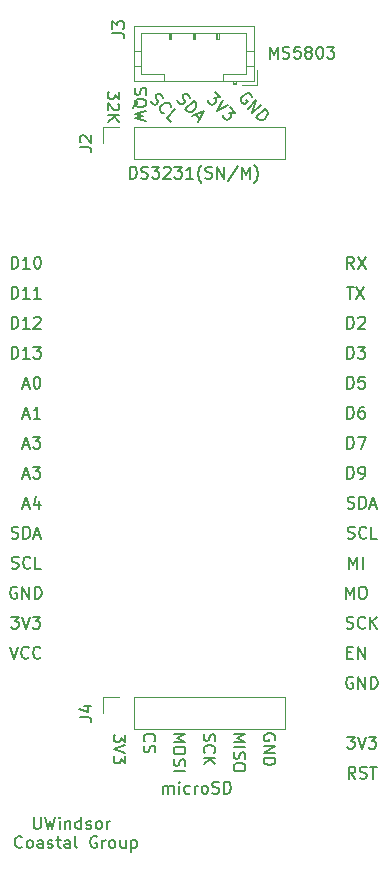
<source format=gbr>
%TF.GenerationSoftware,KiCad,Pcbnew,(6.0.8)*%
%TF.CreationDate,2022-10-15T13:13:39-04:00*%
%TF.ProjectId,firebeetle-shield,66697265-6265-4657-946c-652d73686965,v1*%
%TF.SameCoordinates,Original*%
%TF.FileFunction,Legend,Top*%
%TF.FilePolarity,Positive*%
%FSLAX46Y46*%
G04 Gerber Fmt 4.6, Leading zero omitted, Abs format (unit mm)*
G04 Created by KiCad (PCBNEW (6.0.8)) date 2022-10-15 13:13:39*
%MOMM*%
%LPD*%
G01*
G04 APERTURE LIST*
%ADD10C,0.150000*%
%ADD11C,0.200000*%
%ADD12C,0.120000*%
G04 APERTURE END LIST*
D10*
X111331996Y-107436416D02*
X111399339Y-107571103D01*
X111567698Y-107739461D01*
X111668713Y-107773133D01*
X111736057Y-107773133D01*
X111837072Y-107739461D01*
X111904416Y-107672118D01*
X111938087Y-107571103D01*
X111938087Y-107503759D01*
X111904416Y-107402744D01*
X111803400Y-107234385D01*
X111769729Y-107133370D01*
X111769729Y-107066026D01*
X111803400Y-106965011D01*
X111870744Y-106897668D01*
X111971759Y-106863996D01*
X112039103Y-106863996D01*
X112140118Y-106897668D01*
X112308477Y-107066026D01*
X112375820Y-107200713D01*
X112476835Y-108513912D02*
X112409492Y-108513912D01*
X112274805Y-108446568D01*
X112207461Y-108379225D01*
X112140118Y-108244538D01*
X112140118Y-108109851D01*
X112173790Y-108008835D01*
X112274805Y-107840477D01*
X112375820Y-107739461D01*
X112544179Y-107638446D01*
X112645194Y-107604774D01*
X112779881Y-107604774D01*
X112914568Y-107672118D01*
X112981912Y-107739461D01*
X113049255Y-107874148D01*
X113049255Y-107941492D01*
X113049255Y-109221018D02*
X112712538Y-108884301D01*
X113419644Y-108177194D01*
X116797759Y-106729309D02*
X117235492Y-107167042D01*
X116730416Y-107200713D01*
X116831431Y-107301729D01*
X116865103Y-107402744D01*
X116865103Y-107470087D01*
X116831431Y-107571103D01*
X116663072Y-107739461D01*
X116562057Y-107773133D01*
X116494713Y-107773133D01*
X116393698Y-107739461D01*
X116191668Y-107537431D01*
X116157996Y-107436416D01*
X116157996Y-107369072D01*
X117437522Y-107369072D02*
X116966118Y-108311881D01*
X117908927Y-107840477D01*
X118077286Y-108008835D02*
X118515018Y-108446568D01*
X118009942Y-108480240D01*
X118110957Y-108581255D01*
X118144629Y-108682270D01*
X118144629Y-108749614D01*
X118110957Y-108850629D01*
X117942599Y-109018988D01*
X117841583Y-109052660D01*
X117774240Y-109052660D01*
X117673225Y-109018988D01*
X117471194Y-108816957D01*
X117437522Y-108715942D01*
X117437522Y-108648599D01*
X127977904Y-131812380D02*
X127977904Y-130812380D01*
X128216000Y-130812380D01*
X128358857Y-130860000D01*
X128454095Y-130955238D01*
X128501714Y-131050476D01*
X128549333Y-131240952D01*
X128549333Y-131383809D01*
X128501714Y-131574285D01*
X128454095Y-131669523D01*
X128358857Y-131764761D01*
X128216000Y-131812380D01*
X127977904Y-131812380D01*
X129454095Y-130812380D02*
X128977904Y-130812380D01*
X128930285Y-131288571D01*
X128977904Y-131240952D01*
X129073142Y-131193333D01*
X129311238Y-131193333D01*
X129406476Y-131240952D01*
X129454095Y-131288571D01*
X129501714Y-131383809D01*
X129501714Y-131621904D01*
X129454095Y-131717142D01*
X129406476Y-131764761D01*
X129311238Y-131812380D01*
X129073142Y-131812380D01*
X128977904Y-131764761D01*
X128930285Y-131717142D01*
X99561714Y-144464761D02*
X99704571Y-144512380D01*
X99942666Y-144512380D01*
X100037904Y-144464761D01*
X100085523Y-144417142D01*
X100133142Y-144321904D01*
X100133142Y-144226666D01*
X100085523Y-144131428D01*
X100037904Y-144083809D01*
X99942666Y-144036190D01*
X99752190Y-143988571D01*
X99656952Y-143940952D01*
X99609333Y-143893333D01*
X99561714Y-143798095D01*
X99561714Y-143702857D01*
X99609333Y-143607619D01*
X99656952Y-143560000D01*
X99752190Y-143512380D01*
X99990285Y-143512380D01*
X100133142Y-143560000D01*
X100561714Y-144512380D02*
X100561714Y-143512380D01*
X100799809Y-143512380D01*
X100942666Y-143560000D01*
X101037904Y-143655238D01*
X101085523Y-143750476D01*
X101133142Y-143940952D01*
X101133142Y-144083809D01*
X101085523Y-144274285D01*
X101037904Y-144369523D01*
X100942666Y-144464761D01*
X100799809Y-144512380D01*
X100561714Y-144512380D01*
X101514095Y-144226666D02*
X101990285Y-144226666D01*
X101418857Y-144512380D02*
X101752190Y-143512380D01*
X102085523Y-144512380D01*
X128144571Y-147052380D02*
X128144571Y-146052380D01*
X128477904Y-146766666D01*
X128811238Y-146052380D01*
X128811238Y-147052380D01*
X129287428Y-147052380D02*
X129287428Y-146052380D01*
X127985904Y-161292380D02*
X128604952Y-161292380D01*
X128271619Y-161673333D01*
X128414476Y-161673333D01*
X128509714Y-161720952D01*
X128557333Y-161768571D01*
X128604952Y-161863809D01*
X128604952Y-162101904D01*
X128557333Y-162197142D01*
X128509714Y-162244761D01*
X128414476Y-162292380D01*
X128128761Y-162292380D01*
X128033523Y-162244761D01*
X127985904Y-162197142D01*
X128890666Y-161292380D02*
X129224000Y-162292380D01*
X129557333Y-161292380D01*
X129795428Y-161292380D02*
X130414476Y-161292380D01*
X130081142Y-161673333D01*
X130224000Y-161673333D01*
X130319238Y-161720952D01*
X130366857Y-161768571D01*
X130414476Y-161863809D01*
X130414476Y-162101904D01*
X130366857Y-162197142D01*
X130319238Y-162244761D01*
X130224000Y-162292380D01*
X129938285Y-162292380D01*
X129843047Y-162244761D01*
X129795428Y-162197142D01*
X115865238Y-161062285D02*
X115817619Y-161205142D01*
X115817619Y-161443238D01*
X115865238Y-161538476D01*
X115912857Y-161586095D01*
X116008095Y-161633714D01*
X116103333Y-161633714D01*
X116198571Y-161586095D01*
X116246190Y-161538476D01*
X116293809Y-161443238D01*
X116341428Y-161252761D01*
X116389047Y-161157523D01*
X116436666Y-161109904D01*
X116531904Y-161062285D01*
X116627142Y-161062285D01*
X116722380Y-161109904D01*
X116770000Y-161157523D01*
X116817619Y-161252761D01*
X116817619Y-161490857D01*
X116770000Y-161633714D01*
X115912857Y-162633714D02*
X115865238Y-162586095D01*
X115817619Y-162443238D01*
X115817619Y-162348000D01*
X115865238Y-162205142D01*
X115960476Y-162109904D01*
X116055714Y-162062285D01*
X116246190Y-162014666D01*
X116389047Y-162014666D01*
X116579523Y-162062285D01*
X116674761Y-162109904D01*
X116770000Y-162205142D01*
X116817619Y-162348000D01*
X116817619Y-162443238D01*
X116770000Y-162586095D01*
X116722380Y-162633714D01*
X115817619Y-163062285D02*
X116817619Y-163062285D01*
X115817619Y-163633714D02*
X116389047Y-163205142D01*
X116817619Y-163633714D02*
X116246190Y-163062285D01*
X110832857Y-161673333D02*
X110785238Y-161625714D01*
X110737619Y-161482857D01*
X110737619Y-161387619D01*
X110785238Y-161244761D01*
X110880476Y-161149523D01*
X110975714Y-161101904D01*
X111166190Y-161054285D01*
X111309047Y-161054285D01*
X111499523Y-161101904D01*
X111594761Y-161149523D01*
X111690000Y-161244761D01*
X111737619Y-161387619D01*
X111737619Y-161482857D01*
X111690000Y-161625714D01*
X111642380Y-161673333D01*
X110785238Y-162054285D02*
X110737619Y-162197142D01*
X110737619Y-162435238D01*
X110785238Y-162530476D01*
X110832857Y-162578095D01*
X110928095Y-162625714D01*
X111023333Y-162625714D01*
X111118571Y-162578095D01*
X111166190Y-162530476D01*
X111213809Y-162435238D01*
X111261428Y-162244761D01*
X111309047Y-162149523D01*
X111356666Y-162101904D01*
X111451904Y-162054285D01*
X111547142Y-162054285D01*
X111642380Y-162101904D01*
X111690000Y-162149523D01*
X111737619Y-162244761D01*
X111737619Y-162482857D01*
X111690000Y-162625714D01*
D11*
X101452380Y-168107380D02*
X101452380Y-168916904D01*
X101500000Y-169012142D01*
X101547619Y-169059761D01*
X101642857Y-169107380D01*
X101833333Y-169107380D01*
X101928571Y-169059761D01*
X101976190Y-169012142D01*
X102023809Y-168916904D01*
X102023809Y-168107380D01*
X102404761Y-168107380D02*
X102642857Y-169107380D01*
X102833333Y-168393095D01*
X103023809Y-169107380D01*
X103261904Y-168107380D01*
X103642857Y-169107380D02*
X103642857Y-168440714D01*
X103642857Y-168107380D02*
X103595238Y-168155000D01*
X103642857Y-168202619D01*
X103690476Y-168155000D01*
X103642857Y-168107380D01*
X103642857Y-168202619D01*
X104119047Y-168440714D02*
X104119047Y-169107380D01*
X104119047Y-168535952D02*
X104166666Y-168488333D01*
X104261904Y-168440714D01*
X104404761Y-168440714D01*
X104500000Y-168488333D01*
X104547619Y-168583571D01*
X104547619Y-169107380D01*
X105452380Y-169107380D02*
X105452380Y-168107380D01*
X105452380Y-169059761D02*
X105357142Y-169107380D01*
X105166666Y-169107380D01*
X105071428Y-169059761D01*
X105023809Y-169012142D01*
X104976190Y-168916904D01*
X104976190Y-168631190D01*
X105023809Y-168535952D01*
X105071428Y-168488333D01*
X105166666Y-168440714D01*
X105357142Y-168440714D01*
X105452380Y-168488333D01*
X105880952Y-169059761D02*
X105976190Y-169107380D01*
X106166666Y-169107380D01*
X106261904Y-169059761D01*
X106309523Y-168964523D01*
X106309523Y-168916904D01*
X106261904Y-168821666D01*
X106166666Y-168774047D01*
X106023809Y-168774047D01*
X105928571Y-168726428D01*
X105880952Y-168631190D01*
X105880952Y-168583571D01*
X105928571Y-168488333D01*
X106023809Y-168440714D01*
X106166666Y-168440714D01*
X106261904Y-168488333D01*
X106880952Y-169107380D02*
X106785714Y-169059761D01*
X106738095Y-169012142D01*
X106690476Y-168916904D01*
X106690476Y-168631190D01*
X106738095Y-168535952D01*
X106785714Y-168488333D01*
X106880952Y-168440714D01*
X107023809Y-168440714D01*
X107119047Y-168488333D01*
X107166666Y-168535952D01*
X107214285Y-168631190D01*
X107214285Y-168916904D01*
X107166666Y-169012142D01*
X107119047Y-169059761D01*
X107023809Y-169107380D01*
X106880952Y-169107380D01*
X107642857Y-169107380D02*
X107642857Y-168440714D01*
X107642857Y-168631190D02*
X107690476Y-168535952D01*
X107738095Y-168488333D01*
X107833333Y-168440714D01*
X107928571Y-168440714D01*
X100452380Y-170622142D02*
X100404761Y-170669761D01*
X100261904Y-170717380D01*
X100166666Y-170717380D01*
X100023809Y-170669761D01*
X99928571Y-170574523D01*
X99880952Y-170479285D01*
X99833333Y-170288809D01*
X99833333Y-170145952D01*
X99880952Y-169955476D01*
X99928571Y-169860238D01*
X100023809Y-169765000D01*
X100166666Y-169717380D01*
X100261904Y-169717380D01*
X100404761Y-169765000D01*
X100452380Y-169812619D01*
X101023809Y-170717380D02*
X100928571Y-170669761D01*
X100880952Y-170622142D01*
X100833333Y-170526904D01*
X100833333Y-170241190D01*
X100880952Y-170145952D01*
X100928571Y-170098333D01*
X101023809Y-170050714D01*
X101166666Y-170050714D01*
X101261904Y-170098333D01*
X101309523Y-170145952D01*
X101357142Y-170241190D01*
X101357142Y-170526904D01*
X101309523Y-170622142D01*
X101261904Y-170669761D01*
X101166666Y-170717380D01*
X101023809Y-170717380D01*
X102214285Y-170717380D02*
X102214285Y-170193571D01*
X102166666Y-170098333D01*
X102071428Y-170050714D01*
X101880952Y-170050714D01*
X101785714Y-170098333D01*
X102214285Y-170669761D02*
X102119047Y-170717380D01*
X101880952Y-170717380D01*
X101785714Y-170669761D01*
X101738095Y-170574523D01*
X101738095Y-170479285D01*
X101785714Y-170384047D01*
X101880952Y-170336428D01*
X102119047Y-170336428D01*
X102214285Y-170288809D01*
X102642857Y-170669761D02*
X102738095Y-170717380D01*
X102928571Y-170717380D01*
X103023809Y-170669761D01*
X103071428Y-170574523D01*
X103071428Y-170526904D01*
X103023809Y-170431666D01*
X102928571Y-170384047D01*
X102785714Y-170384047D01*
X102690476Y-170336428D01*
X102642857Y-170241190D01*
X102642857Y-170193571D01*
X102690476Y-170098333D01*
X102785714Y-170050714D01*
X102928571Y-170050714D01*
X103023809Y-170098333D01*
X103357142Y-170050714D02*
X103738095Y-170050714D01*
X103500000Y-169717380D02*
X103500000Y-170574523D01*
X103547619Y-170669761D01*
X103642857Y-170717380D01*
X103738095Y-170717380D01*
X104500000Y-170717380D02*
X104500000Y-170193571D01*
X104452380Y-170098333D01*
X104357142Y-170050714D01*
X104166666Y-170050714D01*
X104071428Y-170098333D01*
X104500000Y-170669761D02*
X104404761Y-170717380D01*
X104166666Y-170717380D01*
X104071428Y-170669761D01*
X104023809Y-170574523D01*
X104023809Y-170479285D01*
X104071428Y-170384047D01*
X104166666Y-170336428D01*
X104404761Y-170336428D01*
X104500000Y-170288809D01*
X105119047Y-170717380D02*
X105023809Y-170669761D01*
X104976190Y-170574523D01*
X104976190Y-169717380D01*
X106785714Y-169765000D02*
X106690476Y-169717380D01*
X106547619Y-169717380D01*
X106404761Y-169765000D01*
X106309523Y-169860238D01*
X106261904Y-169955476D01*
X106214285Y-170145952D01*
X106214285Y-170288809D01*
X106261904Y-170479285D01*
X106309523Y-170574523D01*
X106404761Y-170669761D01*
X106547619Y-170717380D01*
X106642857Y-170717380D01*
X106785714Y-170669761D01*
X106833333Y-170622142D01*
X106833333Y-170288809D01*
X106642857Y-170288809D01*
X107261904Y-170717380D02*
X107261904Y-170050714D01*
X107261904Y-170241190D02*
X107309523Y-170145952D01*
X107357142Y-170098333D01*
X107452380Y-170050714D01*
X107547619Y-170050714D01*
X108023809Y-170717380D02*
X107928571Y-170669761D01*
X107880952Y-170622142D01*
X107833333Y-170526904D01*
X107833333Y-170241190D01*
X107880952Y-170145952D01*
X107928571Y-170098333D01*
X108023809Y-170050714D01*
X108166666Y-170050714D01*
X108261904Y-170098333D01*
X108309523Y-170145952D01*
X108357142Y-170241190D01*
X108357142Y-170526904D01*
X108309523Y-170622142D01*
X108261904Y-170669761D01*
X108166666Y-170717380D01*
X108023809Y-170717380D01*
X109214285Y-170050714D02*
X109214285Y-170717380D01*
X108785714Y-170050714D02*
X108785714Y-170574523D01*
X108833333Y-170669761D01*
X108928571Y-170717380D01*
X109071428Y-170717380D01*
X109166666Y-170669761D01*
X109214285Y-170622142D01*
X109690476Y-170050714D02*
X109690476Y-171050714D01*
X109690476Y-170098333D02*
X109785714Y-170050714D01*
X109976190Y-170050714D01*
X110071428Y-170098333D01*
X110119047Y-170145952D01*
X110166666Y-170241190D01*
X110166666Y-170526904D01*
X110119047Y-170622142D01*
X110071428Y-170669761D01*
X109976190Y-170717380D01*
X109785714Y-170717380D01*
X109690476Y-170669761D01*
D10*
X100569714Y-134066666D02*
X101045904Y-134066666D01*
X100474476Y-134352380D02*
X100807809Y-133352380D01*
X101141142Y-134352380D01*
X101998285Y-134352380D02*
X101426857Y-134352380D01*
X101712571Y-134352380D02*
X101712571Y-133352380D01*
X101617333Y-133495238D01*
X101522095Y-133590476D01*
X101426857Y-133638095D01*
X113601160Y-107419580D02*
X113668503Y-107554267D01*
X113836862Y-107722625D01*
X113937877Y-107756297D01*
X114005221Y-107756297D01*
X114106236Y-107722625D01*
X114173580Y-107655282D01*
X114207251Y-107554267D01*
X114207251Y-107486923D01*
X114173580Y-107385908D01*
X114072564Y-107217549D01*
X114038893Y-107116534D01*
X114038893Y-107049190D01*
X114072564Y-106948175D01*
X114139908Y-106880832D01*
X114240923Y-106847160D01*
X114308267Y-106847160D01*
X114409282Y-106880832D01*
X114577641Y-107049190D01*
X114644984Y-107183877D01*
X114274595Y-108160358D02*
X114981702Y-107453251D01*
X115150061Y-107621610D01*
X115217404Y-107756297D01*
X115217404Y-107890984D01*
X115183732Y-107992000D01*
X115082717Y-108160358D01*
X114981702Y-108261374D01*
X114813343Y-108362389D01*
X114712328Y-108396061D01*
X114577641Y-108396061D01*
X114442954Y-108328717D01*
X114274595Y-108160358D01*
X115150061Y-108631763D02*
X115486778Y-108968480D01*
X114880687Y-108766450D02*
X115823496Y-108295045D01*
X115352091Y-109237854D01*
X109197619Y-161109904D02*
X109197619Y-161728952D01*
X108816666Y-161395619D01*
X108816666Y-161538476D01*
X108769047Y-161633714D01*
X108721428Y-161681333D01*
X108626190Y-161728952D01*
X108388095Y-161728952D01*
X108292857Y-161681333D01*
X108245238Y-161633714D01*
X108197619Y-161538476D01*
X108197619Y-161252761D01*
X108245238Y-161157523D01*
X108292857Y-161109904D01*
X109197619Y-162014666D02*
X108197619Y-162348000D01*
X109197619Y-162681333D01*
X109197619Y-162919428D02*
X109197619Y-163538476D01*
X108816666Y-163205142D01*
X108816666Y-163348000D01*
X108769047Y-163443238D01*
X108721428Y-163490857D01*
X108626190Y-163538476D01*
X108388095Y-163538476D01*
X108292857Y-163490857D01*
X108245238Y-163443238D01*
X108197619Y-163348000D01*
X108197619Y-163062285D01*
X108245238Y-162967047D01*
X108292857Y-162919428D01*
X100569714Y-141686666D02*
X101045904Y-141686666D01*
X100474476Y-141972380D02*
X100807809Y-140972380D01*
X101141142Y-141972380D01*
X101903047Y-141305714D02*
X101903047Y-141972380D01*
X101664952Y-140924761D02*
X101426857Y-141639047D01*
X102045904Y-141639047D01*
X128549333Y-121652380D02*
X128216000Y-121176190D01*
X127977904Y-121652380D02*
X127977904Y-120652380D01*
X128358857Y-120652380D01*
X128454095Y-120700000D01*
X128501714Y-120747619D01*
X128549333Y-120842857D01*
X128549333Y-120985714D01*
X128501714Y-121080952D01*
X128454095Y-121128571D01*
X128358857Y-121176190D01*
X127977904Y-121176190D01*
X128882666Y-120652380D02*
X129549333Y-121652380D01*
X129549333Y-120652380D02*
X128882666Y-121652380D01*
X99561714Y-129272380D02*
X99561714Y-128272380D01*
X99799809Y-128272380D01*
X99942666Y-128320000D01*
X100037904Y-128415238D01*
X100085523Y-128510476D01*
X100133142Y-128700952D01*
X100133142Y-128843809D01*
X100085523Y-129034285D01*
X100037904Y-129129523D01*
X99942666Y-129224761D01*
X99799809Y-129272380D01*
X99561714Y-129272380D01*
X101085523Y-129272380D02*
X100514095Y-129272380D01*
X100799809Y-129272380D02*
X100799809Y-128272380D01*
X100704571Y-128415238D01*
X100609333Y-128510476D01*
X100514095Y-128558095D01*
X101418857Y-128272380D02*
X102037904Y-128272380D01*
X101704571Y-128653333D01*
X101847428Y-128653333D01*
X101942666Y-128700952D01*
X101990285Y-128748571D01*
X102037904Y-128843809D01*
X102037904Y-129081904D01*
X101990285Y-129177142D01*
X101942666Y-129224761D01*
X101847428Y-129272380D01*
X101561714Y-129272380D01*
X101466476Y-129224761D01*
X101418857Y-129177142D01*
X113277619Y-161030571D02*
X114277619Y-161030571D01*
X113563333Y-161363904D01*
X114277619Y-161697238D01*
X113277619Y-161697238D01*
X114277619Y-162363904D02*
X114277619Y-162554380D01*
X114230000Y-162649619D01*
X114134761Y-162744857D01*
X113944285Y-162792476D01*
X113610952Y-162792476D01*
X113420476Y-162744857D01*
X113325238Y-162649619D01*
X113277619Y-162554380D01*
X113277619Y-162363904D01*
X113325238Y-162268666D01*
X113420476Y-162173428D01*
X113610952Y-162125809D01*
X113944285Y-162125809D01*
X114134761Y-162173428D01*
X114230000Y-162268666D01*
X114277619Y-162363904D01*
X113325238Y-163173428D02*
X113277619Y-163316285D01*
X113277619Y-163554380D01*
X113325238Y-163649619D01*
X113372857Y-163697238D01*
X113468095Y-163744857D01*
X113563333Y-163744857D01*
X113658571Y-163697238D01*
X113706190Y-163649619D01*
X113753809Y-163554380D01*
X113801428Y-163363904D01*
X113849047Y-163268666D01*
X113896666Y-163221047D01*
X113991904Y-163173428D01*
X114087142Y-163173428D01*
X114182380Y-163221047D01*
X114230000Y-163268666D01*
X114277619Y-163363904D01*
X114277619Y-163602000D01*
X114230000Y-163744857D01*
X113277619Y-164173428D02*
X114277619Y-164173428D01*
X99442666Y-153672380D02*
X99776000Y-154672380D01*
X100109333Y-153672380D01*
X101014095Y-154577142D02*
X100966476Y-154624761D01*
X100823619Y-154672380D01*
X100728380Y-154672380D01*
X100585523Y-154624761D01*
X100490285Y-154529523D01*
X100442666Y-154434285D01*
X100395047Y-154243809D01*
X100395047Y-154100952D01*
X100442666Y-153910476D01*
X100490285Y-153815238D01*
X100585523Y-153720000D01*
X100728380Y-153672380D01*
X100823619Y-153672380D01*
X100966476Y-153720000D01*
X101014095Y-153767619D01*
X102014095Y-154577142D02*
X101966476Y-154624761D01*
X101823619Y-154672380D01*
X101728380Y-154672380D01*
X101585523Y-154624761D01*
X101490285Y-154529523D01*
X101442666Y-154434285D01*
X101395047Y-154243809D01*
X101395047Y-154100952D01*
X101442666Y-153910476D01*
X101490285Y-153815238D01*
X101585523Y-153720000D01*
X101728380Y-153672380D01*
X101823619Y-153672380D01*
X101966476Y-153720000D01*
X102014095Y-153767619D01*
X110023238Y-106357047D02*
X109975619Y-106499904D01*
X109975619Y-106738000D01*
X110023238Y-106833238D01*
X110070857Y-106880857D01*
X110166095Y-106928476D01*
X110261333Y-106928476D01*
X110356571Y-106880857D01*
X110404190Y-106833238D01*
X110451809Y-106738000D01*
X110499428Y-106547523D01*
X110547047Y-106452285D01*
X110594666Y-106404666D01*
X110689904Y-106357047D01*
X110785142Y-106357047D01*
X110880380Y-106404666D01*
X110928000Y-106452285D01*
X110975619Y-106547523D01*
X110975619Y-106785619D01*
X110928000Y-106928476D01*
X109880380Y-108023714D02*
X109928000Y-107928476D01*
X110023238Y-107833238D01*
X110166095Y-107690380D01*
X110213714Y-107595142D01*
X110213714Y-107499904D01*
X109975619Y-107547523D02*
X110023238Y-107452285D01*
X110118476Y-107357047D01*
X110308952Y-107309428D01*
X110642285Y-107309428D01*
X110832761Y-107357047D01*
X110928000Y-107452285D01*
X110975619Y-107547523D01*
X110975619Y-107738000D01*
X110928000Y-107833238D01*
X110832761Y-107928476D01*
X110642285Y-107976095D01*
X110308952Y-107976095D01*
X110118476Y-107928476D01*
X110023238Y-107833238D01*
X109975619Y-107738000D01*
X109975619Y-107547523D01*
X110975619Y-108309428D02*
X109975619Y-108547523D01*
X110689904Y-108738000D01*
X109975619Y-108928476D01*
X110975619Y-109166571D01*
X112420666Y-166102380D02*
X112420666Y-165435714D01*
X112420666Y-165530952D02*
X112468285Y-165483333D01*
X112563523Y-165435714D01*
X112706380Y-165435714D01*
X112801619Y-165483333D01*
X112849238Y-165578571D01*
X112849238Y-166102380D01*
X112849238Y-165578571D02*
X112896857Y-165483333D01*
X112992095Y-165435714D01*
X113134952Y-165435714D01*
X113230190Y-165483333D01*
X113277809Y-165578571D01*
X113277809Y-166102380D01*
X113754000Y-166102380D02*
X113754000Y-165435714D01*
X113754000Y-165102380D02*
X113706380Y-165150000D01*
X113754000Y-165197619D01*
X113801619Y-165150000D01*
X113754000Y-165102380D01*
X113754000Y-165197619D01*
X114658761Y-166054761D02*
X114563523Y-166102380D01*
X114373047Y-166102380D01*
X114277809Y-166054761D01*
X114230190Y-166007142D01*
X114182571Y-165911904D01*
X114182571Y-165626190D01*
X114230190Y-165530952D01*
X114277809Y-165483333D01*
X114373047Y-165435714D01*
X114563523Y-165435714D01*
X114658761Y-165483333D01*
X115087333Y-166102380D02*
X115087333Y-165435714D01*
X115087333Y-165626190D02*
X115134952Y-165530952D01*
X115182571Y-165483333D01*
X115277809Y-165435714D01*
X115373047Y-165435714D01*
X115849238Y-166102380D02*
X115754000Y-166054761D01*
X115706380Y-166007142D01*
X115658761Y-165911904D01*
X115658761Y-165626190D01*
X115706380Y-165530952D01*
X115754000Y-165483333D01*
X115849238Y-165435714D01*
X115992095Y-165435714D01*
X116087333Y-165483333D01*
X116134952Y-165530952D01*
X116182571Y-165626190D01*
X116182571Y-165911904D01*
X116134952Y-166007142D01*
X116087333Y-166054761D01*
X115992095Y-166102380D01*
X115849238Y-166102380D01*
X116563523Y-166054761D02*
X116706380Y-166102380D01*
X116944476Y-166102380D01*
X117039714Y-166054761D01*
X117087333Y-166007142D01*
X117134952Y-165911904D01*
X117134952Y-165816666D01*
X117087333Y-165721428D01*
X117039714Y-165673809D01*
X116944476Y-165626190D01*
X116754000Y-165578571D01*
X116658761Y-165530952D01*
X116611142Y-165483333D01*
X116563523Y-165388095D01*
X116563523Y-165292857D01*
X116611142Y-165197619D01*
X116658761Y-165150000D01*
X116754000Y-165102380D01*
X116992095Y-165102380D01*
X117134952Y-165150000D01*
X117563523Y-166102380D02*
X117563523Y-165102380D01*
X117801619Y-165102380D01*
X117944476Y-165150000D01*
X118039714Y-165245238D01*
X118087333Y-165340476D01*
X118134952Y-165530952D01*
X118134952Y-165673809D01*
X118087333Y-165864285D01*
X118039714Y-165959523D01*
X117944476Y-166054761D01*
X117801619Y-166102380D01*
X117563523Y-166102380D01*
X99537904Y-151132380D02*
X100156952Y-151132380D01*
X99823619Y-151513333D01*
X99966476Y-151513333D01*
X100061714Y-151560952D01*
X100109333Y-151608571D01*
X100156952Y-151703809D01*
X100156952Y-151941904D01*
X100109333Y-152037142D01*
X100061714Y-152084761D01*
X99966476Y-152132380D01*
X99680761Y-152132380D01*
X99585523Y-152084761D01*
X99537904Y-152037142D01*
X100442666Y-151132380D02*
X100776000Y-152132380D01*
X101109333Y-151132380D01*
X101347428Y-151132380D02*
X101966476Y-151132380D01*
X101633142Y-151513333D01*
X101776000Y-151513333D01*
X101871238Y-151560952D01*
X101918857Y-151608571D01*
X101966476Y-151703809D01*
X101966476Y-151941904D01*
X101918857Y-152037142D01*
X101871238Y-152084761D01*
X101776000Y-152132380D01*
X101490285Y-152132380D01*
X101395047Y-152084761D01*
X101347428Y-152037142D01*
X118357619Y-161030571D02*
X119357619Y-161030571D01*
X118643333Y-161363904D01*
X119357619Y-161697238D01*
X118357619Y-161697238D01*
X118357619Y-162173428D02*
X119357619Y-162173428D01*
X118405238Y-162602000D02*
X118357619Y-162744857D01*
X118357619Y-162982952D01*
X118405238Y-163078190D01*
X118452857Y-163125809D01*
X118548095Y-163173428D01*
X118643333Y-163173428D01*
X118738571Y-163125809D01*
X118786190Y-163078190D01*
X118833809Y-162982952D01*
X118881428Y-162792476D01*
X118929047Y-162697238D01*
X118976666Y-162649619D01*
X119071904Y-162602000D01*
X119167142Y-162602000D01*
X119262380Y-162649619D01*
X119310000Y-162697238D01*
X119357619Y-162792476D01*
X119357619Y-163030571D01*
X119310000Y-163173428D01*
X119357619Y-163792476D02*
X119357619Y-163982952D01*
X119310000Y-164078190D01*
X119214761Y-164173428D01*
X119024285Y-164221047D01*
X118690952Y-164221047D01*
X118500476Y-164173428D01*
X118405238Y-164078190D01*
X118357619Y-163982952D01*
X118357619Y-163792476D01*
X118405238Y-163697238D01*
X118500476Y-163602000D01*
X118690952Y-163554380D01*
X119024285Y-163554380D01*
X119214761Y-163602000D01*
X119310000Y-163697238D01*
X119357619Y-163792476D01*
X127977904Y-154148571D02*
X128311238Y-154148571D01*
X128454095Y-154672380D02*
X127977904Y-154672380D01*
X127977904Y-153672380D01*
X128454095Y-153672380D01*
X128882666Y-154672380D02*
X128882666Y-153672380D01*
X129454095Y-154672380D01*
X129454095Y-153672380D01*
X119894805Y-107099698D02*
X119861133Y-106998683D01*
X119760118Y-106897668D01*
X119625431Y-106830324D01*
X119490744Y-106830324D01*
X119389729Y-106863996D01*
X119221370Y-106965011D01*
X119120355Y-107066026D01*
X119019339Y-107234385D01*
X118985668Y-107335400D01*
X118985668Y-107470087D01*
X119053011Y-107604774D01*
X119120355Y-107672118D01*
X119255042Y-107739461D01*
X119322385Y-107739461D01*
X119558087Y-107503759D01*
X119423400Y-107369072D01*
X119558087Y-108109851D02*
X120265194Y-107402744D01*
X119962148Y-108513912D01*
X120669255Y-107806805D01*
X120298866Y-108850629D02*
X121005973Y-108143522D01*
X121174331Y-108311881D01*
X121241675Y-108446568D01*
X121241675Y-108581255D01*
X121208003Y-108682270D01*
X121106988Y-108850629D01*
X121005973Y-108951644D01*
X120837614Y-109052660D01*
X120736599Y-109086331D01*
X120601912Y-109086331D01*
X120467225Y-109018988D01*
X120298866Y-108850629D01*
X128676380Y-164832380D02*
X128343047Y-164356190D01*
X128104952Y-164832380D02*
X128104952Y-163832380D01*
X128485904Y-163832380D01*
X128581142Y-163880000D01*
X128628761Y-163927619D01*
X128676380Y-164022857D01*
X128676380Y-164165714D01*
X128628761Y-164260952D01*
X128581142Y-164308571D01*
X128485904Y-164356190D01*
X128104952Y-164356190D01*
X129057333Y-164784761D02*
X129200190Y-164832380D01*
X129438285Y-164832380D01*
X129533523Y-164784761D01*
X129581142Y-164737142D01*
X129628761Y-164641904D01*
X129628761Y-164546666D01*
X129581142Y-164451428D01*
X129533523Y-164403809D01*
X129438285Y-164356190D01*
X129247809Y-164308571D01*
X129152571Y-164260952D01*
X129104952Y-164213333D01*
X129057333Y-164118095D01*
X129057333Y-164022857D01*
X129104952Y-163927619D01*
X129152571Y-163880000D01*
X129247809Y-163832380D01*
X129485904Y-163832380D01*
X129628761Y-163880000D01*
X129914476Y-163832380D02*
X130485904Y-163832380D01*
X130200190Y-164832380D02*
X130200190Y-163832380D01*
X127977904Y-129272380D02*
X127977904Y-128272380D01*
X128216000Y-128272380D01*
X128358857Y-128320000D01*
X128454095Y-128415238D01*
X128501714Y-128510476D01*
X128549333Y-128700952D01*
X128549333Y-128843809D01*
X128501714Y-129034285D01*
X128454095Y-129129523D01*
X128358857Y-129224761D01*
X128216000Y-129272380D01*
X127977904Y-129272380D01*
X128882666Y-128272380D02*
X129501714Y-128272380D01*
X129168380Y-128653333D01*
X129311238Y-128653333D01*
X129406476Y-128700952D01*
X129454095Y-128748571D01*
X129501714Y-128843809D01*
X129501714Y-129081904D01*
X129454095Y-129177142D01*
X129406476Y-129224761D01*
X129311238Y-129272380D01*
X129025523Y-129272380D01*
X128930285Y-129224761D01*
X128882666Y-129177142D01*
X127977904Y-134352380D02*
X127977904Y-133352380D01*
X128216000Y-133352380D01*
X128358857Y-133400000D01*
X128454095Y-133495238D01*
X128501714Y-133590476D01*
X128549333Y-133780952D01*
X128549333Y-133923809D01*
X128501714Y-134114285D01*
X128454095Y-134209523D01*
X128358857Y-134304761D01*
X128216000Y-134352380D01*
X127977904Y-134352380D01*
X129406476Y-133352380D02*
X129216000Y-133352380D01*
X129120761Y-133400000D01*
X129073142Y-133447619D01*
X128977904Y-133590476D01*
X128930285Y-133780952D01*
X128930285Y-134161904D01*
X128977904Y-134257142D01*
X129025523Y-134304761D01*
X129120761Y-134352380D01*
X129311238Y-134352380D01*
X129406476Y-134304761D01*
X129454095Y-134257142D01*
X129501714Y-134161904D01*
X129501714Y-133923809D01*
X129454095Y-133828571D01*
X129406476Y-133780952D01*
X129311238Y-133733333D01*
X129120761Y-133733333D01*
X129025523Y-133780952D01*
X128977904Y-133828571D01*
X128930285Y-133923809D01*
X121429714Y-103872380D02*
X121429714Y-102872380D01*
X121763047Y-103586666D01*
X122096380Y-102872380D01*
X122096380Y-103872380D01*
X122524952Y-103824761D02*
X122667809Y-103872380D01*
X122905904Y-103872380D01*
X123001142Y-103824761D01*
X123048761Y-103777142D01*
X123096380Y-103681904D01*
X123096380Y-103586666D01*
X123048761Y-103491428D01*
X123001142Y-103443809D01*
X122905904Y-103396190D01*
X122715428Y-103348571D01*
X122620190Y-103300952D01*
X122572571Y-103253333D01*
X122524952Y-103158095D01*
X122524952Y-103062857D01*
X122572571Y-102967619D01*
X122620190Y-102920000D01*
X122715428Y-102872380D01*
X122953523Y-102872380D01*
X123096380Y-102920000D01*
X124001142Y-102872380D02*
X123524952Y-102872380D01*
X123477333Y-103348571D01*
X123524952Y-103300952D01*
X123620190Y-103253333D01*
X123858285Y-103253333D01*
X123953523Y-103300952D01*
X124001142Y-103348571D01*
X124048761Y-103443809D01*
X124048761Y-103681904D01*
X124001142Y-103777142D01*
X123953523Y-103824761D01*
X123858285Y-103872380D01*
X123620190Y-103872380D01*
X123524952Y-103824761D01*
X123477333Y-103777142D01*
X124620190Y-103300952D02*
X124524952Y-103253333D01*
X124477333Y-103205714D01*
X124429714Y-103110476D01*
X124429714Y-103062857D01*
X124477333Y-102967619D01*
X124524952Y-102920000D01*
X124620190Y-102872380D01*
X124810666Y-102872380D01*
X124905904Y-102920000D01*
X124953523Y-102967619D01*
X125001142Y-103062857D01*
X125001142Y-103110476D01*
X124953523Y-103205714D01*
X124905904Y-103253333D01*
X124810666Y-103300952D01*
X124620190Y-103300952D01*
X124524952Y-103348571D01*
X124477333Y-103396190D01*
X124429714Y-103491428D01*
X124429714Y-103681904D01*
X124477333Y-103777142D01*
X124524952Y-103824761D01*
X124620190Y-103872380D01*
X124810666Y-103872380D01*
X124905904Y-103824761D01*
X124953523Y-103777142D01*
X125001142Y-103681904D01*
X125001142Y-103491428D01*
X124953523Y-103396190D01*
X124905904Y-103348571D01*
X124810666Y-103300952D01*
X125620190Y-102872380D02*
X125715428Y-102872380D01*
X125810666Y-102920000D01*
X125858285Y-102967619D01*
X125905904Y-103062857D01*
X125953523Y-103253333D01*
X125953523Y-103491428D01*
X125905904Y-103681904D01*
X125858285Y-103777142D01*
X125810666Y-103824761D01*
X125715428Y-103872380D01*
X125620190Y-103872380D01*
X125524952Y-103824761D01*
X125477333Y-103777142D01*
X125429714Y-103681904D01*
X125382095Y-103491428D01*
X125382095Y-103253333D01*
X125429714Y-103062857D01*
X125477333Y-102967619D01*
X125524952Y-102920000D01*
X125620190Y-102872380D01*
X126286857Y-102872380D02*
X126905904Y-102872380D01*
X126572571Y-103253333D01*
X126715428Y-103253333D01*
X126810666Y-103300952D01*
X126858285Y-103348571D01*
X126905904Y-103443809D01*
X126905904Y-103681904D01*
X126858285Y-103777142D01*
X126810666Y-103824761D01*
X126715428Y-103872380D01*
X126429714Y-103872380D01*
X126334476Y-103824761D01*
X126286857Y-103777142D01*
X99585523Y-147004761D02*
X99728380Y-147052380D01*
X99966476Y-147052380D01*
X100061714Y-147004761D01*
X100109333Y-146957142D01*
X100156952Y-146861904D01*
X100156952Y-146766666D01*
X100109333Y-146671428D01*
X100061714Y-146623809D01*
X99966476Y-146576190D01*
X99776000Y-146528571D01*
X99680761Y-146480952D01*
X99633142Y-146433333D01*
X99585523Y-146338095D01*
X99585523Y-146242857D01*
X99633142Y-146147619D01*
X99680761Y-146100000D01*
X99776000Y-146052380D01*
X100014095Y-146052380D01*
X100156952Y-146100000D01*
X101156952Y-146957142D02*
X101109333Y-147004761D01*
X100966476Y-147052380D01*
X100871238Y-147052380D01*
X100728380Y-147004761D01*
X100633142Y-146909523D01*
X100585523Y-146814285D01*
X100537904Y-146623809D01*
X100537904Y-146480952D01*
X100585523Y-146290476D01*
X100633142Y-146195238D01*
X100728380Y-146100000D01*
X100871238Y-146052380D01*
X100966476Y-146052380D01*
X101109333Y-146100000D01*
X101156952Y-146147619D01*
X102061714Y-147052380D02*
X101585523Y-147052380D01*
X101585523Y-146052380D01*
X127954095Y-123192380D02*
X128525523Y-123192380D01*
X128239809Y-124192380D02*
X128239809Y-123192380D01*
X128763619Y-123192380D02*
X129430285Y-124192380D01*
X129430285Y-123192380D02*
X128763619Y-124192380D01*
X128033523Y-144464761D02*
X128176380Y-144512380D01*
X128414476Y-144512380D01*
X128509714Y-144464761D01*
X128557333Y-144417142D01*
X128604952Y-144321904D01*
X128604952Y-144226666D01*
X128557333Y-144131428D01*
X128509714Y-144083809D01*
X128414476Y-144036190D01*
X128224000Y-143988571D01*
X128128761Y-143940952D01*
X128081142Y-143893333D01*
X128033523Y-143798095D01*
X128033523Y-143702857D01*
X128081142Y-143607619D01*
X128128761Y-143560000D01*
X128224000Y-143512380D01*
X128462095Y-143512380D01*
X128604952Y-143560000D01*
X129604952Y-144417142D02*
X129557333Y-144464761D01*
X129414476Y-144512380D01*
X129319238Y-144512380D01*
X129176380Y-144464761D01*
X129081142Y-144369523D01*
X129033523Y-144274285D01*
X128985904Y-144083809D01*
X128985904Y-143940952D01*
X129033523Y-143750476D01*
X129081142Y-143655238D01*
X129176380Y-143560000D01*
X129319238Y-143512380D01*
X129414476Y-143512380D01*
X129557333Y-143560000D01*
X129604952Y-143607619D01*
X130509714Y-144512380D02*
X130033523Y-144512380D01*
X130033523Y-143512380D01*
X99561714Y-121652380D02*
X99561714Y-120652380D01*
X99799809Y-120652380D01*
X99942666Y-120700000D01*
X100037904Y-120795238D01*
X100085523Y-120890476D01*
X100133142Y-121080952D01*
X100133142Y-121223809D01*
X100085523Y-121414285D01*
X100037904Y-121509523D01*
X99942666Y-121604761D01*
X99799809Y-121652380D01*
X99561714Y-121652380D01*
X101085523Y-121652380D02*
X100514095Y-121652380D01*
X100799809Y-121652380D02*
X100799809Y-120652380D01*
X100704571Y-120795238D01*
X100609333Y-120890476D01*
X100514095Y-120938095D01*
X101704571Y-120652380D02*
X101799809Y-120652380D01*
X101895047Y-120700000D01*
X101942666Y-120747619D01*
X101990285Y-120842857D01*
X102037904Y-121033333D01*
X102037904Y-121271428D01*
X101990285Y-121461904D01*
X101942666Y-121557142D01*
X101895047Y-121604761D01*
X101799809Y-121652380D01*
X101704571Y-121652380D01*
X101609333Y-121604761D01*
X101561714Y-121557142D01*
X101514095Y-121461904D01*
X101466476Y-121271428D01*
X101466476Y-121033333D01*
X101514095Y-120842857D01*
X101561714Y-120747619D01*
X101609333Y-120700000D01*
X101704571Y-120652380D01*
X127977904Y-126732380D02*
X127977904Y-125732380D01*
X128216000Y-125732380D01*
X128358857Y-125780000D01*
X128454095Y-125875238D01*
X128501714Y-125970476D01*
X128549333Y-126160952D01*
X128549333Y-126303809D01*
X128501714Y-126494285D01*
X128454095Y-126589523D01*
X128358857Y-126684761D01*
X128216000Y-126732380D01*
X127977904Y-126732380D01*
X128930285Y-125827619D02*
X128977904Y-125780000D01*
X129073142Y-125732380D01*
X129311238Y-125732380D01*
X129406476Y-125780000D01*
X129454095Y-125827619D01*
X129501714Y-125922857D01*
X129501714Y-126018095D01*
X129454095Y-126160952D01*
X128882666Y-126732380D01*
X129501714Y-126732380D01*
X127977904Y-136892380D02*
X127977904Y-135892380D01*
X128216000Y-135892380D01*
X128358857Y-135940000D01*
X128454095Y-136035238D01*
X128501714Y-136130476D01*
X128549333Y-136320952D01*
X128549333Y-136463809D01*
X128501714Y-136654285D01*
X128454095Y-136749523D01*
X128358857Y-136844761D01*
X128216000Y-136892380D01*
X127977904Y-136892380D01*
X128882666Y-135892380D02*
X129549333Y-135892380D01*
X129120761Y-136892380D01*
X127938285Y-152084761D02*
X128081142Y-152132380D01*
X128319238Y-152132380D01*
X128414476Y-152084761D01*
X128462095Y-152037142D01*
X128509714Y-151941904D01*
X128509714Y-151846666D01*
X128462095Y-151751428D01*
X128414476Y-151703809D01*
X128319238Y-151656190D01*
X128128761Y-151608571D01*
X128033523Y-151560952D01*
X127985904Y-151513333D01*
X127938285Y-151418095D01*
X127938285Y-151322857D01*
X127985904Y-151227619D01*
X128033523Y-151180000D01*
X128128761Y-151132380D01*
X128366857Y-151132380D01*
X128509714Y-151180000D01*
X129509714Y-152037142D02*
X129462095Y-152084761D01*
X129319238Y-152132380D01*
X129224000Y-152132380D01*
X129081142Y-152084761D01*
X128985904Y-151989523D01*
X128938285Y-151894285D01*
X128890666Y-151703809D01*
X128890666Y-151560952D01*
X128938285Y-151370476D01*
X128985904Y-151275238D01*
X129081142Y-151180000D01*
X129224000Y-151132380D01*
X129319238Y-151132380D01*
X129462095Y-151180000D01*
X129509714Y-151227619D01*
X129938285Y-152132380D02*
X129938285Y-151132380D01*
X130509714Y-152132380D02*
X130081142Y-151560952D01*
X130509714Y-151132380D02*
X129938285Y-151703809D01*
X100014095Y-148640000D02*
X99918857Y-148592380D01*
X99776000Y-148592380D01*
X99633142Y-148640000D01*
X99537904Y-148735238D01*
X99490285Y-148830476D01*
X99442666Y-149020952D01*
X99442666Y-149163809D01*
X99490285Y-149354285D01*
X99537904Y-149449523D01*
X99633142Y-149544761D01*
X99776000Y-149592380D01*
X99871238Y-149592380D01*
X100014095Y-149544761D01*
X100061714Y-149497142D01*
X100061714Y-149163809D01*
X99871238Y-149163809D01*
X100490285Y-149592380D02*
X100490285Y-148592380D01*
X101061714Y-149592380D01*
X101061714Y-148592380D01*
X101537904Y-149592380D02*
X101537904Y-148592380D01*
X101776000Y-148592380D01*
X101918857Y-148640000D01*
X102014095Y-148735238D01*
X102061714Y-148830476D01*
X102109333Y-149020952D01*
X102109333Y-149163809D01*
X102061714Y-149354285D01*
X102014095Y-149449523D01*
X101918857Y-149544761D01*
X101776000Y-149592380D01*
X101537904Y-149592380D01*
X128009714Y-141924761D02*
X128152571Y-141972380D01*
X128390666Y-141972380D01*
X128485904Y-141924761D01*
X128533523Y-141877142D01*
X128581142Y-141781904D01*
X128581142Y-141686666D01*
X128533523Y-141591428D01*
X128485904Y-141543809D01*
X128390666Y-141496190D01*
X128200190Y-141448571D01*
X128104952Y-141400952D01*
X128057333Y-141353333D01*
X128009714Y-141258095D01*
X128009714Y-141162857D01*
X128057333Y-141067619D01*
X128104952Y-141020000D01*
X128200190Y-140972380D01*
X128438285Y-140972380D01*
X128581142Y-141020000D01*
X129009714Y-141972380D02*
X129009714Y-140972380D01*
X129247809Y-140972380D01*
X129390666Y-141020000D01*
X129485904Y-141115238D01*
X129533523Y-141210476D01*
X129581142Y-141400952D01*
X129581142Y-141543809D01*
X129533523Y-141734285D01*
X129485904Y-141829523D01*
X129390666Y-141924761D01*
X129247809Y-141972380D01*
X129009714Y-141972380D01*
X129962095Y-141686666D02*
X130438285Y-141686666D01*
X129866857Y-141972380D02*
X130200190Y-140972380D01*
X130533523Y-141972380D01*
X128462095Y-156260000D02*
X128366857Y-156212380D01*
X128224000Y-156212380D01*
X128081142Y-156260000D01*
X127985904Y-156355238D01*
X127938285Y-156450476D01*
X127890666Y-156640952D01*
X127890666Y-156783809D01*
X127938285Y-156974285D01*
X127985904Y-157069523D01*
X128081142Y-157164761D01*
X128224000Y-157212380D01*
X128319238Y-157212380D01*
X128462095Y-157164761D01*
X128509714Y-157117142D01*
X128509714Y-156783809D01*
X128319238Y-156783809D01*
X128938285Y-157212380D02*
X128938285Y-156212380D01*
X129509714Y-157212380D01*
X129509714Y-156212380D01*
X129985904Y-157212380D02*
X129985904Y-156212380D01*
X130224000Y-156212380D01*
X130366857Y-156260000D01*
X130462095Y-156355238D01*
X130509714Y-156450476D01*
X130557333Y-156640952D01*
X130557333Y-156783809D01*
X130509714Y-156974285D01*
X130462095Y-157069523D01*
X130366857Y-157164761D01*
X130224000Y-157212380D01*
X129985904Y-157212380D01*
X100569714Y-136606666D02*
X101045904Y-136606666D01*
X100474476Y-136892380D02*
X100807809Y-135892380D01*
X101141142Y-136892380D01*
X101379238Y-135892380D02*
X101998285Y-135892380D01*
X101664952Y-136273333D01*
X101807809Y-136273333D01*
X101903047Y-136320952D01*
X101950666Y-136368571D01*
X101998285Y-136463809D01*
X101998285Y-136701904D01*
X101950666Y-136797142D01*
X101903047Y-136844761D01*
X101807809Y-136892380D01*
X101522095Y-136892380D01*
X101426857Y-136844761D01*
X101379238Y-136797142D01*
X100569714Y-139146666D02*
X101045904Y-139146666D01*
X100474476Y-139432380D02*
X100807809Y-138432380D01*
X101141142Y-139432380D01*
X101379238Y-138432380D02*
X101998285Y-138432380D01*
X101664952Y-138813333D01*
X101807809Y-138813333D01*
X101903047Y-138860952D01*
X101950666Y-138908571D01*
X101998285Y-139003809D01*
X101998285Y-139241904D01*
X101950666Y-139337142D01*
X101903047Y-139384761D01*
X101807809Y-139432380D01*
X101522095Y-139432380D01*
X101426857Y-139384761D01*
X101379238Y-139337142D01*
X99561714Y-124192380D02*
X99561714Y-123192380D01*
X99799809Y-123192380D01*
X99942666Y-123240000D01*
X100037904Y-123335238D01*
X100085523Y-123430476D01*
X100133142Y-123620952D01*
X100133142Y-123763809D01*
X100085523Y-123954285D01*
X100037904Y-124049523D01*
X99942666Y-124144761D01*
X99799809Y-124192380D01*
X99561714Y-124192380D01*
X101085523Y-124192380D02*
X100514095Y-124192380D01*
X100799809Y-124192380D02*
X100799809Y-123192380D01*
X100704571Y-123335238D01*
X100609333Y-123430476D01*
X100514095Y-123478095D01*
X102037904Y-124192380D02*
X101466476Y-124192380D01*
X101752190Y-124192380D02*
X101752190Y-123192380D01*
X101656952Y-123335238D01*
X101561714Y-123430476D01*
X101466476Y-123478095D01*
X99561714Y-126732380D02*
X99561714Y-125732380D01*
X99799809Y-125732380D01*
X99942666Y-125780000D01*
X100037904Y-125875238D01*
X100085523Y-125970476D01*
X100133142Y-126160952D01*
X100133142Y-126303809D01*
X100085523Y-126494285D01*
X100037904Y-126589523D01*
X99942666Y-126684761D01*
X99799809Y-126732380D01*
X99561714Y-126732380D01*
X101085523Y-126732380D02*
X100514095Y-126732380D01*
X100799809Y-126732380D02*
X100799809Y-125732380D01*
X100704571Y-125875238D01*
X100609333Y-125970476D01*
X100514095Y-126018095D01*
X101466476Y-125827619D02*
X101514095Y-125780000D01*
X101609333Y-125732380D01*
X101847428Y-125732380D01*
X101942666Y-125780000D01*
X101990285Y-125827619D01*
X102037904Y-125922857D01*
X102037904Y-126018095D01*
X101990285Y-126160952D01*
X101418857Y-126732380D01*
X102037904Y-126732380D01*
X127858857Y-149592380D02*
X127858857Y-148592380D01*
X128192190Y-149306666D01*
X128525523Y-148592380D01*
X128525523Y-149592380D01*
X129192190Y-148592380D02*
X129382666Y-148592380D01*
X129477904Y-148640000D01*
X129573142Y-148735238D01*
X129620761Y-148925714D01*
X129620761Y-149259047D01*
X129573142Y-149449523D01*
X129477904Y-149544761D01*
X129382666Y-149592380D01*
X129192190Y-149592380D01*
X129096952Y-149544761D01*
X129001714Y-149449523D01*
X128954095Y-149259047D01*
X128954095Y-148925714D01*
X129001714Y-148735238D01*
X129096952Y-148640000D01*
X129192190Y-148592380D01*
X127977904Y-139432380D02*
X127977904Y-138432380D01*
X128216000Y-138432380D01*
X128358857Y-138480000D01*
X128454095Y-138575238D01*
X128501714Y-138670476D01*
X128549333Y-138860952D01*
X128549333Y-139003809D01*
X128501714Y-139194285D01*
X128454095Y-139289523D01*
X128358857Y-139384761D01*
X128216000Y-139432380D01*
X127977904Y-139432380D01*
X129025523Y-139432380D02*
X129216000Y-139432380D01*
X129311238Y-139384761D01*
X129358857Y-139337142D01*
X129454095Y-139194285D01*
X129501714Y-139003809D01*
X129501714Y-138622857D01*
X129454095Y-138527619D01*
X129406476Y-138480000D01*
X129311238Y-138432380D01*
X129120761Y-138432380D01*
X129025523Y-138480000D01*
X128977904Y-138527619D01*
X128930285Y-138622857D01*
X128930285Y-138860952D01*
X128977904Y-138956190D01*
X129025523Y-139003809D01*
X129120761Y-139051428D01*
X129311238Y-139051428D01*
X129406476Y-139003809D01*
X129454095Y-138956190D01*
X129501714Y-138860952D01*
X121850000Y-161586095D02*
X121897619Y-161490857D01*
X121897619Y-161348000D01*
X121850000Y-161205142D01*
X121754761Y-161109904D01*
X121659523Y-161062285D01*
X121469047Y-161014666D01*
X121326190Y-161014666D01*
X121135714Y-161062285D01*
X121040476Y-161109904D01*
X120945238Y-161205142D01*
X120897619Y-161348000D01*
X120897619Y-161443238D01*
X120945238Y-161586095D01*
X120992857Y-161633714D01*
X121326190Y-161633714D01*
X121326190Y-161443238D01*
X120897619Y-162062285D02*
X121897619Y-162062285D01*
X120897619Y-162633714D01*
X121897619Y-162633714D01*
X120897619Y-163109904D02*
X121897619Y-163109904D01*
X121897619Y-163348000D01*
X121850000Y-163490857D01*
X121754761Y-163586095D01*
X121659523Y-163633714D01*
X121469047Y-163681333D01*
X121326190Y-163681333D01*
X121135714Y-163633714D01*
X121040476Y-163586095D01*
X120945238Y-163490857D01*
X120897619Y-163348000D01*
X120897619Y-163109904D01*
X109595238Y-114032380D02*
X109595238Y-113032380D01*
X109833333Y-113032380D01*
X109976190Y-113080000D01*
X110071428Y-113175238D01*
X110119047Y-113270476D01*
X110166666Y-113460952D01*
X110166666Y-113603809D01*
X110119047Y-113794285D01*
X110071428Y-113889523D01*
X109976190Y-113984761D01*
X109833333Y-114032380D01*
X109595238Y-114032380D01*
X110547619Y-113984761D02*
X110690476Y-114032380D01*
X110928571Y-114032380D01*
X111023809Y-113984761D01*
X111071428Y-113937142D01*
X111119047Y-113841904D01*
X111119047Y-113746666D01*
X111071428Y-113651428D01*
X111023809Y-113603809D01*
X110928571Y-113556190D01*
X110738095Y-113508571D01*
X110642857Y-113460952D01*
X110595238Y-113413333D01*
X110547619Y-113318095D01*
X110547619Y-113222857D01*
X110595238Y-113127619D01*
X110642857Y-113080000D01*
X110738095Y-113032380D01*
X110976190Y-113032380D01*
X111119047Y-113080000D01*
X111452380Y-113032380D02*
X112071428Y-113032380D01*
X111738095Y-113413333D01*
X111880952Y-113413333D01*
X111976190Y-113460952D01*
X112023809Y-113508571D01*
X112071428Y-113603809D01*
X112071428Y-113841904D01*
X112023809Y-113937142D01*
X111976190Y-113984761D01*
X111880952Y-114032380D01*
X111595238Y-114032380D01*
X111500000Y-113984761D01*
X111452380Y-113937142D01*
X112452380Y-113127619D02*
X112500000Y-113080000D01*
X112595238Y-113032380D01*
X112833333Y-113032380D01*
X112928571Y-113080000D01*
X112976190Y-113127619D01*
X113023809Y-113222857D01*
X113023809Y-113318095D01*
X112976190Y-113460952D01*
X112404761Y-114032380D01*
X113023809Y-114032380D01*
X113357142Y-113032380D02*
X113976190Y-113032380D01*
X113642857Y-113413333D01*
X113785714Y-113413333D01*
X113880952Y-113460952D01*
X113928571Y-113508571D01*
X113976190Y-113603809D01*
X113976190Y-113841904D01*
X113928571Y-113937142D01*
X113880952Y-113984761D01*
X113785714Y-114032380D01*
X113500000Y-114032380D01*
X113404761Y-113984761D01*
X113357142Y-113937142D01*
X114928571Y-114032380D02*
X114357142Y-114032380D01*
X114642857Y-114032380D02*
X114642857Y-113032380D01*
X114547619Y-113175238D01*
X114452380Y-113270476D01*
X114357142Y-113318095D01*
X115642857Y-114413333D02*
X115595238Y-114365714D01*
X115500000Y-114222857D01*
X115452380Y-114127619D01*
X115404761Y-113984761D01*
X115357142Y-113746666D01*
X115357142Y-113556190D01*
X115404761Y-113318095D01*
X115452380Y-113175238D01*
X115500000Y-113080000D01*
X115595238Y-112937142D01*
X115642857Y-112889523D01*
X115976190Y-113984761D02*
X116119047Y-114032380D01*
X116357142Y-114032380D01*
X116452380Y-113984761D01*
X116500000Y-113937142D01*
X116547619Y-113841904D01*
X116547619Y-113746666D01*
X116500000Y-113651428D01*
X116452380Y-113603809D01*
X116357142Y-113556190D01*
X116166666Y-113508571D01*
X116071428Y-113460952D01*
X116023809Y-113413333D01*
X115976190Y-113318095D01*
X115976190Y-113222857D01*
X116023809Y-113127619D01*
X116071428Y-113080000D01*
X116166666Y-113032380D01*
X116404761Y-113032380D01*
X116547619Y-113080000D01*
X116976190Y-114032380D02*
X116976190Y-113032380D01*
X117547619Y-114032380D01*
X117547619Y-113032380D01*
X118738095Y-112984761D02*
X117880952Y-114270476D01*
X119071428Y-114032380D02*
X119071428Y-113032380D01*
X119404761Y-113746666D01*
X119738095Y-113032380D01*
X119738095Y-114032380D01*
X120119047Y-114413333D02*
X120166666Y-114365714D01*
X120261904Y-114222857D01*
X120309523Y-114127619D01*
X120357142Y-113984761D01*
X120404761Y-113746666D01*
X120404761Y-113556190D01*
X120357142Y-113318095D01*
X120309523Y-113175238D01*
X120261904Y-113080000D01*
X120166666Y-112937142D01*
X120119047Y-112889523D01*
X100569714Y-131526666D02*
X101045904Y-131526666D01*
X100474476Y-131812380D02*
X100807809Y-130812380D01*
X101141142Y-131812380D01*
X101664952Y-130812380D02*
X101760190Y-130812380D01*
X101855428Y-130860000D01*
X101903047Y-130907619D01*
X101950666Y-131002857D01*
X101998285Y-131193333D01*
X101998285Y-131431428D01*
X101950666Y-131621904D01*
X101903047Y-131717142D01*
X101855428Y-131764761D01*
X101760190Y-131812380D01*
X101664952Y-131812380D01*
X101569714Y-131764761D01*
X101522095Y-131717142D01*
X101474476Y-131621904D01*
X101426857Y-131431428D01*
X101426857Y-131193333D01*
X101474476Y-131002857D01*
X101522095Y-130907619D01*
X101569714Y-130860000D01*
X101664952Y-130812380D01*
X108689619Y-106682476D02*
X108689619Y-107301523D01*
X108308666Y-106968190D01*
X108308666Y-107111047D01*
X108261047Y-107206285D01*
X108213428Y-107253904D01*
X108118190Y-107301523D01*
X107880095Y-107301523D01*
X107784857Y-107253904D01*
X107737238Y-107206285D01*
X107689619Y-107111047D01*
X107689619Y-106825333D01*
X107737238Y-106730095D01*
X107784857Y-106682476D01*
X108594380Y-107682476D02*
X108642000Y-107730095D01*
X108689619Y-107825333D01*
X108689619Y-108063428D01*
X108642000Y-108158666D01*
X108594380Y-108206285D01*
X108499142Y-108253904D01*
X108403904Y-108253904D01*
X108261047Y-108206285D01*
X107689619Y-107634857D01*
X107689619Y-108253904D01*
X107689619Y-108682476D02*
X108689619Y-108682476D01*
X107689619Y-109253904D02*
X108261047Y-108825333D01*
X108689619Y-109253904D02*
X108118190Y-108682476D01*
%TO.C,J2*%
X105332380Y-111373333D02*
X106046666Y-111373333D01*
X106189523Y-111420952D01*
X106284761Y-111516190D01*
X106332380Y-111659047D01*
X106332380Y-111754285D01*
X105427619Y-110944761D02*
X105380000Y-110897142D01*
X105332380Y-110801904D01*
X105332380Y-110563809D01*
X105380000Y-110468571D01*
X105427619Y-110420952D01*
X105522857Y-110373333D01*
X105618095Y-110373333D01*
X105760952Y-110420952D01*
X106332380Y-110992380D01*
X106332380Y-110373333D01*
%TO.C,J3*%
X108102380Y-101721333D02*
X108816666Y-101721333D01*
X108959523Y-101768952D01*
X109054761Y-101864190D01*
X109102380Y-102007047D01*
X109102380Y-102102285D01*
X108102380Y-101340380D02*
X108102380Y-100721333D01*
X108483333Y-101054666D01*
X108483333Y-100911809D01*
X108530952Y-100816571D01*
X108578571Y-100768952D01*
X108673809Y-100721333D01*
X108911904Y-100721333D01*
X109007142Y-100768952D01*
X109054761Y-100816571D01*
X109102380Y-100911809D01*
X109102380Y-101197523D01*
X109054761Y-101292761D01*
X109007142Y-101340380D01*
%TO.C,J4*%
X105332380Y-159633333D02*
X106046666Y-159633333D01*
X106189523Y-159680952D01*
X106284761Y-159776190D01*
X106332380Y-159919047D01*
X106332380Y-160014285D01*
X105665714Y-158728571D02*
X106332380Y-158728571D01*
X105284761Y-158966666D02*
X105999047Y-159204761D01*
X105999047Y-158585714D01*
D12*
%TO.C,J2*%
X109920000Y-109710000D02*
X122680000Y-109710000D01*
X122680000Y-112370000D02*
X122680000Y-109710000D01*
X109920000Y-112370000D02*
X122680000Y-112370000D01*
X107320000Y-109710000D02*
X108650000Y-109710000D01*
X109920000Y-112370000D02*
X109920000Y-109710000D01*
X107320000Y-111040000D02*
X107320000Y-109710000D01*
%TO.C,J3*%
X112900000Y-102200000D02*
X112900000Y-101700000D01*
X117100000Y-101700000D02*
X117100000Y-102200000D01*
X110550000Y-105200000D02*
X112500000Y-105200000D01*
X109940000Y-101090000D02*
X109940000Y-105810000D01*
X117000000Y-101700000D02*
X117000000Y-102200000D01*
X109940000Y-105810000D02*
X120060000Y-105810000D01*
X120360000Y-106110000D02*
X120360000Y-104860000D01*
X109940000Y-103200000D02*
X110550000Y-103200000D01*
X120060000Y-104500000D02*
X119450000Y-104500000D01*
X116900000Y-102200000D02*
X116900000Y-101700000D01*
X113000000Y-101700000D02*
X113000000Y-102200000D01*
X115100000Y-102200000D02*
X114900000Y-102200000D01*
X120060000Y-101090000D02*
X109940000Y-101090000D01*
X118600000Y-106010000D02*
X118600000Y-105810000D01*
X117500000Y-105810000D02*
X117500000Y-105200000D01*
X117100000Y-102200000D02*
X116900000Y-102200000D01*
X110550000Y-101700000D02*
X110550000Y-105200000D01*
X109940000Y-104500000D02*
X110550000Y-104500000D01*
X118300000Y-105910000D02*
X118600000Y-105910000D01*
X120060000Y-103200000D02*
X119450000Y-103200000D01*
X113100000Y-102200000D02*
X112900000Y-102200000D01*
X117500000Y-105200000D02*
X119450000Y-105200000D01*
X119450000Y-101700000D02*
X110550000Y-101700000D01*
X113100000Y-101700000D02*
X113100000Y-102200000D01*
X115100000Y-101700000D02*
X115100000Y-102200000D01*
X115000000Y-101700000D02*
X115000000Y-102200000D01*
X120060000Y-105810000D02*
X120060000Y-101090000D01*
X119450000Y-105200000D02*
X119450000Y-101700000D01*
X112500000Y-105200000D02*
X112500000Y-105810000D01*
X119110000Y-106110000D02*
X120360000Y-106110000D01*
X118300000Y-106010000D02*
X118600000Y-106010000D01*
X118300000Y-105810000D02*
X118300000Y-106010000D01*
X114900000Y-102200000D02*
X114900000Y-101700000D01*
%TO.C,J4*%
X109920000Y-160630000D02*
X109920000Y-157970000D01*
X107320000Y-157970000D02*
X108650000Y-157970000D01*
X107320000Y-159300000D02*
X107320000Y-157970000D01*
X109920000Y-157970000D02*
X122680000Y-157970000D01*
X109920000Y-160630000D02*
X122680000Y-160630000D01*
X122680000Y-160630000D02*
X122680000Y-157970000D01*
%TD*%
M02*

</source>
